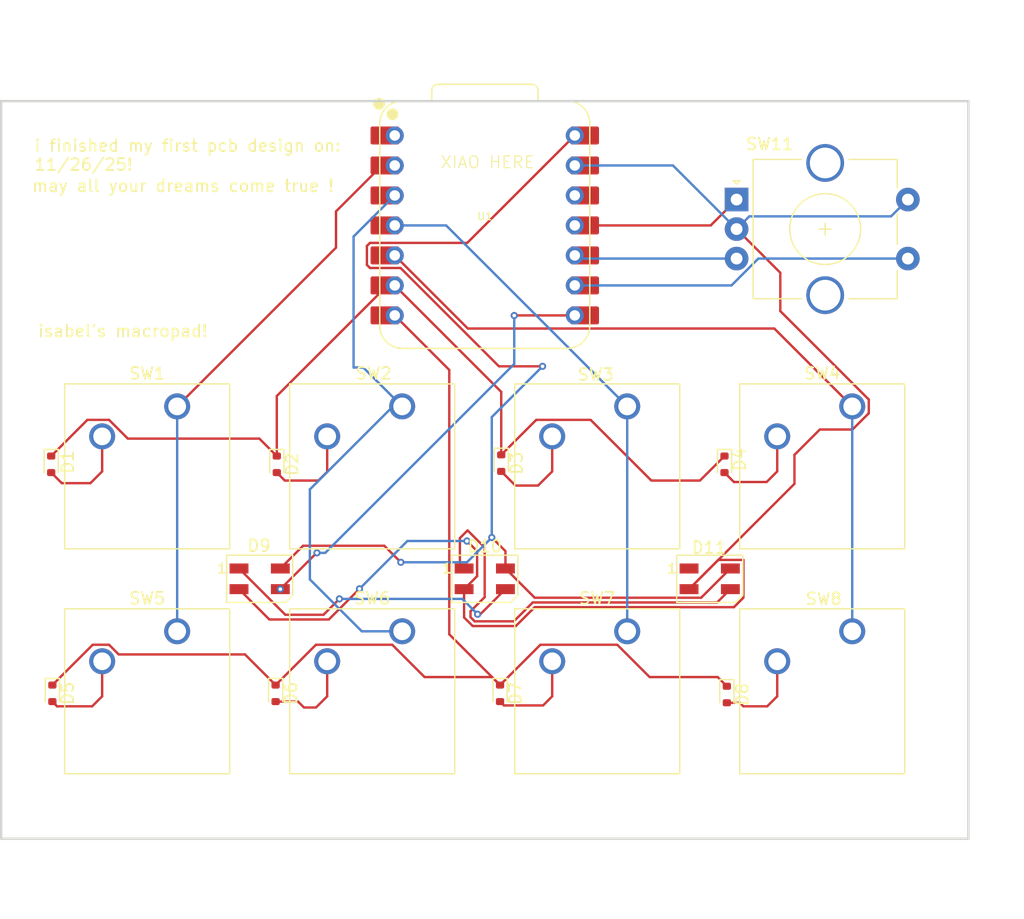
<source format=kicad_pcb>
(kicad_pcb (version 20241229) (generator "pcbnew") (generator_version "9.0")
  (layers (0 "F.Cu" signal) (2 "B.Cu" signal) (13 "F.Paste" user) (15 "B.Paste" user) (5 "F.SilkS" user "F.Silkscreen") (7 "B.SilkS" user "B.Silkscreen") (1 "F.Mask" user) (3 "B.Mask" user) (25 "Edge.Cuts" user))
  (net 0 "")
  (net 1 "/ROW1")
  (net 2 "Net-(D1-A)")
  (net 3 "Net-(D2-A)")
  (net 4 "Net-(D3-A)")
  (net 5 "Net-(D4-A)")
  (net 6 "/ROW2")
  (net 7 "Net-(D5-A)")
  (net 8 "Net-(D6-A)")
  (net 9 "Net-(D7-A)")
  (net 10 "Net-(D8-A)")
  (net 11 "Net-(D10-DIN)")
  (net 12 "GND")
  (net 13 "+5V")
  (net 14 "/NEOPIXEL")
  (net 15 "Net-(D10-DOUT)")
  (net 17 "/COL1")
  (net 18 "/COL2")
  (net 19 "/COL3")
  (net 20 "/COL4")
  (net 21 "/ROTA")
  (net 22 "/ROTB")
  (net 23 "/ROT_SW")
  (footprint "Button_Switch_Keyboard:SW_Cherry_MX_1.00u_PCB" (layer "F.Cu") (at 133.50875 68.73875)
    (property "Reference" "SW5" (at -2.54 -2.794 0) (layer "F.SilkS"))
    (property "Value" "SW_Push" (hide yes))
    (fp_line (start -9.525 -1.905) (end 4.445 -1.905) (stroke (width 0.12)) (layer "F.SilkS"))
    (fp_line (start -9.525 12.065) (end -9.525 -1.905) (stroke (width 0.12)) (layer "F.SilkS"))
    (fp_line (start 4.445 -1.905) (end 4.445 12.065) (stroke (width 0.12)) (layer "F.SilkS"))
    (fp_line (start 4.445 12.065) (end -9.525 12.065) (stroke (width 0.12)) (layer "F.SilkS"))
    (pad "" np_thru_hole circle (at -7.62 5.08) (size 1.7 1.7) (drill 1.7) (layers "*.Cu" "*.Mask"))
    (pad "" np_thru_hole circle (at -2.54 5.08) (size 4 4) (drill 4) (layers "*.Cu" "*.Mask"))
    (pad "" np_thru_hole circle (at 2.54 5.08) (size 1.7 1.7) (drill 1.7) (layers "*.Cu" "*.Mask"))
    (pad "1" thru_hole circle (at 0 0) (size 2.2 2.2) (drill 1.5) (layers "*.Cu" "*.Mask") (net 17 "/COL1"))
    (pad "2" thru_hole circle (at -6.35 2.54) (size 2.2 2.2) (drill 1.5) (layers "*.Cu" "*.Mask") (net 7 "Net-(D5-A)"))
  )
  (footprint "Button_Switch_Keyboard:SW_Cherry_MX_1.00u_PCB" (layer "F.Cu") (at 152.55875 49.68875)
    (property "Reference" "SW2" (at -2.415 -2.795 0) (layer "F.SilkS"))
    (property "Value" "SW_Push" (hide yes))
    (fp_line (start -9.525 -1.905) (end 4.445 -1.905) (stroke (width 0.12)) (layer "F.SilkS"))
    (fp_line (start -9.525 12.065) (end -9.525 -1.905) (stroke (width 0.12)) (layer "F.SilkS"))
    (fp_line (start 4.445 -1.905) (end 4.445 12.065) (stroke (width 0.12)) (layer "F.SilkS"))
    (fp_line (start 4.445 12.065) (end -9.525 12.065) (stroke (width 0.12)) (layer "F.SilkS"))
    (pad "" np_thru_hole circle (at -7.62 5.08) (size 1.7 1.7) (drill 1.7) (layers "*.Cu" "*.Mask"))
    (pad "" np_thru_hole circle (at -2.54 5.08) (size 4 4) (drill 4) (layers "*.Cu" "*.Mask"))
    (pad "" np_thru_hole circle (at 2.54 5.08) (size 1.7 1.7) (drill 1.7) (layers "*.Cu" "*.Mask"))
    (pad "1" thru_hole circle (at 0 0) (size 2.2 2.2) (drill 1.5) (layers "*.Cu" "*.Mask") (net 18 "/COL2"))
    (pad "2" thru_hole circle (at -6.35 2.54) (size 2.2 2.2) (drill 1.5) (layers "*.Cu" "*.Mask") (net 3 "Net-(D2-A)"))
  )
  (footprint "Diode_SMD:D_SOD-523" (layer "F.Cu") (at 160.94375 54.49375 -90)
    (property "Reference" "D3" (at 0 -1.3 90) (layer "F.SilkS"))
    (property "Value" "1N4148WT" (hide yes))
    (fp_line (start 0.7 0.6) (end -1.26 0.6) (stroke (width 0.12)) (layer "F.SilkS"))
    (fp_line (start -1.26 -0.6) (end -1.26 0.6) (stroke (width 0.12)) (layer "F.SilkS"))
    (fp_line (start 0.7 -0.6) (end -1.26 -0.6) (stroke (width 0.12)) (layer "F.SilkS"))
    (pad "1" smd roundrect (at -0.7 0 90) (size 0.6 0.7) (layers "F.Cu" "F.Mask" "F.Paste") (net 1 "/ROW1"))
    (pad "2" smd roundrect (at 0.7 0 90) (size 0.6 0.7) (layers "F.Cu" "F.Mask" "F.Paste") (net 4 "Net-(D3-A)"))
  )
  (footprint "Diode_SMD:D_SOD-523" (layer "F.Cu") (at 122.94375 73.99375 -90)
    (property "Reference" "D5" (at 0 -1.3 90) (layer "F.SilkS"))
    (property "Value" "1N4148WT" (hide yes))
    (fp_line (start 0.7 0.6) (end -1.26 0.6) (stroke (width 0.12)) (layer "F.SilkS"))
    (fp_line (start -1.26 -0.6) (end -1.26 0.6) (stroke (width 0.12)) (layer "F.SilkS"))
    (fp_line (start 0.7 -0.6) (end -1.26 -0.6) (stroke (width 0.12)) (layer "F.SilkS"))
    (pad "1" smd roundrect (at -0.7 0 90) (size 0.6 0.7) (layers "F.Cu" "F.Mask" "F.Paste") (net 6 "/ROW2"))
    (pad "2" smd roundrect (at 0.7 0 90) (size 0.6 0.7) (layers "F.Cu" "F.Mask" "F.Paste") (net 7 "Net-(D5-A)"))
  )
  (footprint "OPL:XIAO-RP2040-DIP" (layer "F.Cu") (at 159.54995 34.36125)
    (property "Reference" "U1" (at 0 -0.7685 0) (layer "F.SilkS") (effects (font (size 0.635 0.635) (thickness 0.1016))))
    (property "Value" "XIAO-RP2040-DIP")
    (fp_line (start -8.89 8.509) (end -8.89 -8.636) (stroke (width 0.127)) (layer "F.SilkS"))
    (fp_line (start -6.985 10.414) (end 6.985 10.414) (stroke (width 0.127)) (layer "F.SilkS"))
    (fp_line (start -4.495 -10.541) (end -4.491272 -11.451272) (stroke (width 0.127)) (layer "F.SilkS"))
    (fp_line (start -3.991272 -11.951) (end 4.004 -11.951) (stroke (width 0.127)) (layer "F.SilkS"))
    (fp_line (start 4.504 -11.451) (end 4.504 -10.541) (stroke (width 0.127)) (layer "F.SilkS"))
    (fp_line (start 6.985 -10.541) (end -6.985 -10.541) (stroke (width 0.1)) (layer "F.SilkS"))
    (fp_line (start 6.985 -10.541) (end -6.985 -10.541) (stroke (width 0.127)) (layer "F.SilkS"))
    (fp_line (start 8.89 8.509) (end 8.89 -8.636) (stroke (width 0.127)) (layer "F.SilkS"))
    (fp_arc (start -8.89 -8.636) (mid -8.332038 -9.983038) (end -6.985 -10.541) (stroke (width 0.127)) (layer "F.SilkS"))
    (fp_arc (start -6.985 10.414) (mid -8.332038 9.856038) (end -8.89 8.509) (stroke (width 0.127)) (layer "F.SilkS"))
    (fp_arc (start -4.491272 -11.451272) (mid -4.344728 -11.80464) (end -3.991272 -11.951) (stroke (width 0.127)) (layer "F.SilkS"))
    (fp_arc (start 4.004 -11.951) (mid 4.357553 -11.804553) (end 4.504 -11.451) (stroke (width 0.127)) (layer "F.SilkS"))
    (fp_arc (start 6.985 -10.541) (mid 8.332038 -9.983038) (end 8.89 -8.636) (stroke (width 0.127)) (layer "F.SilkS"))
    (fp_arc (start 8.89 8.509) (mid 8.332038 9.856038) (end 6.985 10.414) (stroke (width 0.127)) (layer "F.SilkS"))
    (fp_circle (center -8.95 -10.3) (end -8.95 -10.554) (stroke (width 0.5)) (fill yes) (layer "F.SilkS"))
    (fp_circle (center -7.807 -9.42) (end -7.807 -9.674) (stroke (width 0.5)) (fill yes) (layer "F.SilkS"))
    (pad "1" smd roundrect (at -8.455 -7.62 180) (size 2.432 1.524) (layers "F.Cu" "F.Mask") (roundrect_rratio 0.1))
    (pad "1" thru_hole circle (at -7.62 -7.62 180) (size 1.524 1.524) (drill 0.889) (layers "*.Cu" "*.Mask"))
    (pad "2" smd roundrect (at -8.455 -5.08 180) (size 2.432 1.524) (layers "F.Cu" "F.Mask") (roundrect_rratio 0.1) (net 17 "/COL1"))
    (pad "2" thru_hole circle (at -7.62 -5.08 180) (size 1.524 1.524) (drill 0.889) (layers "*.Cu" "*.Mask") (net 17 "/COL1"))
    (pad "3" smd roundrect (at -8.455 -2.54 180) (size 2.432 1.524) (layers "F.Cu" "F.Mask") (roundrect_rratio 0.1) (net 18 "/COL2"))
    (pad "3" thru_hole circle (at -7.62 -2.54 180) (size 1.524 1.524) (drill 0.889) (layers "*.Cu" "*.Mask") (net 18 "/COL2"))
    (pad "4" smd roundrect (at -8.455 0 180) (size 2.432 1.524) (layers "F.Cu" "F.Mask") (roundrect_rratio 0.1) (net 19 "/COL3"))
    (pad "4" thru_hole circle (at -7.62 0 180) (size 1.524 1.524) (drill 0.889) (layers "*.Cu" "*.Mask") (net 19 "/COL3"))
    (pad "5" smd roundrect (at -8.455 2.54 180) (size 2.432 1.524) (layers "F.Cu" "F.Mask") (roundrect_rratio 0.1) (net 20 "/COL4"))
    (pad "5" thru_hole circle (at -7.62 2.54 180) (size 1.524 1.524) (drill 0.889) (layers "*.Cu" "*.Mask") (net 20 "/COL4"))
    (pad "6" smd roundrect (at -8.455 5.08 180) (size 2.432 1.524) (layers "F.Cu" "F.Mask") (roundrect_rratio 0.1) (net 1 "/ROW1"))
    (pad "6" thru_hole circle (at -7.62 5.08 180) (size 1.524 1.524) (drill 0.889) (layers "*.Cu" "*.Mask") (net 1 "/ROW1"))
    (pad "7" smd roundrect (at -8.455 7.62 180) (size 2.432 1.524) (layers "F.Cu" "F.Mask") (roundrect_rratio 0.1) (net 6 "/ROW2"))
    (pad "7" thru_hole circle (at -7.62 7.62 180) (size 1.524 1.524) (drill 0.889) (layers "*.Cu" "*.Mask") (net 6 "/ROW2"))
    (pad "8" thru_hole circle (at 7.62 7.62) (size 1.524 1.524) (drill 0.889) (layers "*.Cu" "*.Mask") (net 14 "/NEOPIXEL"))
    (pad "8" smd roundrect (at 8.455 7.62) (size 2.432 1.524) (layers "F.Cu" "F.Mask") (roundrect_rratio 0.1) (net 14 "/NEOPIXEL"))
    (pad "9" thru_hole circle (at 7.62 5.08) (size 1.524 1.524) (drill 0.889) (layers "*.Cu" "*.Mask") (net 23 "/ROT_SW"))
    (pad "9" smd roundrect (at 8.455 5.08) (size 2.432 1.524) (layers "F.Cu" "F.Mask") (roundrect_rratio 0.1) (net 23 "/ROT_SW"))
    (pad "10" thru_hole circle (at 7.62 2.54) (size 1.524 1.524) (drill 0.889) (layers "*.Cu" "*.Mask") (net 22 "/ROTB"))
    (pad "10" smd roundrect (at 8.455 2.54) (size 2.432 1.524) (layers "F.Cu" "F.Mask") (roundrect_rratio 0.1) (net 22 "/ROTB"))
    (pad "11" thru_hole circle (at 7.62 0) (size 1.524 1.524) (drill 0.889) (layers "*.Cu" "*.Mask") (net 21 "/ROTA"))
    (pad "11" smd roundrect (at 8.455 0) (size 2.432 1.524) (layers "F.Cu" "F.Mask") (roundrect_rratio 0.1) (net 21 "/ROTA"))
    (pad "12" thru_hole circle (at 7.62 -2.54) (size 1.524 1.524) (drill 0.889) (layers "*.Cu" "*.Mask"))
    (pad "12" smd roundrect (at 8.455 -2.54) (size 2.432 1.524) (layers "F.Cu" "F.Mask") (roundrect_rratio 0.1))
    (pad "13" thru_hole circle (at 7.62 -5.08) (size 1.524 1.524) (drill 0.889) (layers "*.Cu" "*.Mask") (net 12 "GND"))
    (pad "13" smd roundrect (at 8.455 -5.08) (size 2.432 1.524) (layers "F.Cu" "F.Mask") (roundrect_rratio 0.1) (net 12 "GND"))
    (pad "14" thru_hole circle (at 7.62 -7.62) (size 1.524 1.524) (drill 0.889) (layers "*.Cu" "*.Mask") (net 13 "+5V"))
    (pad "14" smd roundrect (at 8.455 -7.62) (size 2.432 1.524) (layers "F.Cu" "F.Mask") (roundrect_rratio 0.1) (net 13 "+5V"))
  )
  (footprint "Diode_SMD:D_SOD-523" (layer "F.Cu") (at 179.84375 54.59375 -90)
    (property "Reference" "D4" (at -0.4 -1.3 90) (layer "F.SilkS"))
    (property "Value" "1N4148WT" (hide yes))
    (fp_line (start 0.7 0.6) (end -1.26 0.6) (stroke (width 0.12)) (layer "F.SilkS"))
    (fp_line (start -1.26 -0.6) (end -1.26 0.6) (stroke (width 0.12)) (layer "F.SilkS"))
    (fp_line (start 0.7 -0.6) (end -1.26 -0.6) (stroke (width 0.12)) (layer "F.SilkS"))
    (pad "1" smd roundrect (at -0.7 0 90) (size 0.6 0.7) (layers "F.Cu" "F.Mask" "F.Paste") (net 1 "/ROW1"))
    (pad "2" smd roundrect (at 0.7 0 90) (size 0.6 0.7) (layers "F.Cu" "F.Mask" "F.Paste") (net 5 "Net-(D4-A)"))
  )
  (footprint "Diode_SMD:D_SOD-523" (layer "F.Cu") (at 122.84375 54.59375 -90)
    (property "Reference" "D1" (at -0.2 -1.4 90) (layer "F.SilkS"))
    (property "Value" "1N4148WT" (hide yes))
    (fp_line (start 0.7 0.6) (end -1.26 0.6) (stroke (width 0.12)) (layer "F.SilkS"))
    (fp_line (start -1.26 -0.6) (end -1.26 0.6) (stroke (width 0.12)) (layer "F.SilkS"))
    (fp_line (start 0.7 -0.6) (end -1.26 -0.6) (stroke (width 0.12)) (layer "F.SilkS"))
    (pad "1" smd roundrect (at -0.7 0 90) (size 0.6 0.7) (layers "F.Cu" "F.Mask" "F.Paste") (net 1 "/ROW1"))
    (pad "2" smd roundrect (at 0.7 0 90) (size 0.6 0.7) (layers "F.Cu" "F.Mask" "F.Paste") (net 2 "Net-(D1-A)"))
  )
  (footprint "Button_Switch_Keyboard:SW_Cherry_MX_1.00u_PCB" (layer "F.Cu") (at 171.60875 68.73875)
    (property "Reference" "SW7" (at -2.54 -2.794 0) (layer "F.SilkS"))
    (property "Value" "SW_Push" (hide yes))
    (fp_line (start -9.525 -1.905) (end 4.445 -1.905) (stroke (width 0.12)) (layer "F.SilkS"))
    (fp_line (start -9.525 12.065) (end -9.525 -1.905) (stroke (width 0.12)) (layer "F.SilkS"))
    (fp_line (start 4.445 -1.905) (end 4.445 12.065) (stroke (width 0.12)) (layer "F.SilkS"))
    (fp_line (start 4.445 12.065) (end -9.525 12.065) (stroke (width 0.12)) (layer "F.SilkS"))
    (pad "" np_thru_hole circle (at -7.62 5.08) (size 1.7 1.7) (drill 1.7) (layers "*.Cu" "*.Mask"))
    (pad "" np_thru_hole circle (at -2.54 5.08) (size 4 4) (drill 4) (layers "*.Cu" "*.Mask"))
    (pad "" np_thru_hole circle (at 2.54 5.08) (size 1.7 1.7) (drill 1.7) (layers "*.Cu" "*.Mask"))
    (pad "1" thru_hole circle (at 0 0) (size 2.2 2.2) (drill 1.5) (layers "*.Cu" "*.Mask") (net 19 "/COL3"))
    (pad "2" thru_hole circle (at -6.35 2.54) (size 2.2 2.2) (drill 1.5) (layers "*.Cu" "*.Mask") (net 9 "Net-(D7-A)"))
  )
  (footprint "Button_Switch_Keyboard:SW_Cherry_MX_1.00u_PCB" (layer "F.Cu") (at 190.65875 68.73875)
    (property "Reference" "SW8" (at -2.415 -2.745 0) (layer "F.SilkS"))
    (property "Value" "SW_Push" (hide yes))
    (fp_line (start -9.525 -1.905) (end 4.445 -1.905) (stroke (width 0.12)) (layer "F.SilkS"))
    (fp_line (start -9.525 12.065) (end -9.525 -1.905) (stroke (width 0.12)) (layer "F.SilkS"))
    (fp_line (start 4.445 -1.905) (end 4.445 12.065) (stroke (width 0.12)) (layer "F.SilkS"))
    (fp_line (start 4.445 12.065) (end -9.525 12.065) (stroke (width 0.12)) (layer "F.SilkS"))
    (pad "" np_thru_hole circle (at -7.62 5.08) (size 1.7 1.7) (drill 1.7) (layers "*.Cu" "*.Mask"))
    (pad "" np_thru_hole circle (at -2.54 5.08) (size 4 4) (drill 4) (layers "*.Cu" "*.Mask"))
    (pad "" np_thru_hole circle (at 2.54 5.08) (size 1.7 1.7) (drill 1.7) (layers "*.Cu" "*.Mask"))
    (pad "1" thru_hole circle (at 0 0) (size 2.2 2.2) (drill 1.5) (layers "*.Cu" "*.Mask") (net 20 "/COL4"))
    (pad "2" thru_hole circle (at -6.35 2.54) (size 2.2 2.2) (drill 1.5) (layers "*.Cu" "*.Mask") (net 10 "Net-(D8-A)"))
  )
  (footprint "Diode_SMD:D_SOD-523" (layer "F.Cu") (at 141.94375 54.59375 -90)
    (property "Reference" "D2" (at 0 -1.3 90) (layer "F.SilkS"))
    (property "Value" "1N4148WT" (hide yes))
    (fp_line (start 0.7 0.6) (end -1.26 0.6) (stroke (width 0.12)) (layer "F.SilkS"))
    (fp_line (start -1.26 -0.6) (end -1.26 0.6) (stroke (width 0.12)) (layer "F.SilkS"))
    (fp_line (start 0.7 -0.6) (end -1.26 -0.6) (stroke (width 0.12)) (layer "F.SilkS"))
    (pad "1" smd roundrect (at -0.7 0 90) (size 0.6 0.7) (layers "F.Cu" "F.Mask" "F.Paste") (net 1 "/ROW1"))
    (pad "2" smd roundrect (at 0.7 0 90) (size 0.6 0.7) (layers "F.Cu" "F.Mask" "F.Paste") (net 3 "Net-(D2-A)"))
  )
  (footprint "Button_Switch_Keyboard:SW_Cherry_MX_1.00u_PCB" (layer "F.Cu") (at 190.65875 49.68875)
    (property "Reference" "SW4" (at -2.54 -2.795 0) (layer "F.SilkS"))
    (property "Value" "SW_Push" (hide yes))
    (fp_line (start -9.525 -1.905) (end 4.445 -1.905) (stroke (width 0.12)) (layer "F.SilkS"))
    (fp_line (start -9.525 12.065) (end -9.525 -1.905) (stroke (width 0.12)) (layer "F.SilkS"))
    (fp_line (start 4.445 -1.905) (end 4.445 12.065) (stroke (width 0.12)) (layer "F.SilkS"))
    (fp_line (start 4.445 12.065) (end -9.525 12.065) (stroke (width 0.12)) (layer "F.SilkS"))
    (pad "" np_thru_hole circle (at -7.62 5.08) (size 1.7 1.7) (drill 1.7) (layers "*.Cu" "*.Mask"))
    (pad "" np_thru_hole circle (at -2.54 5.08) (size 4 4) (drill 4) (layers "*.Cu" "*.Mask"))
    (pad "" np_thru_hole circle (at 2.54 5.08) (size 1.7 1.7) (drill 1.7) (layers "*.Cu" "*.Mask"))
    (pad "1" thru_hole circle (at 0 0) (size 2.2 2.2) (drill 1.5) (layers "*.Cu" "*.Mask") (net 20 "/COL4"))
    (pad "2" thru_hole circle (at -6.35 2.54) (size 2.2 2.2) (drill 1.5) (layers "*.Cu" "*.Mask") (net 5 "Net-(D4-A)"))
  )
  (footprint "Diode_SMD:D_SOD-523" (layer "F.Cu") (at 180.04375 74.09375 -90)
    (property "Reference" "D8" (at 0 -1.3 90) (layer "F.SilkS"))
    (property "Value" "1N4148WT" (hide yes))
    (fp_line (start 0.7 0.6) (end -1.26 0.6) (stroke (width 0.12)) (layer "F.SilkS"))
    (fp_line (start -1.26 -0.6) (end -1.26 0.6) (stroke (width 0.12)) (layer "F.SilkS"))
    (fp_line (start 0.7 -0.6) (end -1.26 -0.6) (stroke (width 0.12)) (layer "F.SilkS"))
    (pad "1" smd roundrect (at -0.7 0 90) (size 0.6 0.7) (layers "F.Cu" "F.Mask" "F.Paste") (net 6 "/ROW2"))
    (pad "2" smd roundrect (at 0.7 0 90) (size 0.6 0.7) (layers "F.Cu" "F.Mask" "F.Paste") (net 10 "Net-(D8-A)"))
  )
  (footprint "Button_Switch_Keyboard:SW_Cherry_MX_1.00u_PCB" (layer "F.Cu") (at 171.60875 49.68875)
    (property "Reference" "SW3" (at -2.665 -2.695 0) (layer "F.SilkS"))
    (property "Value" "SW_Push" (hide yes))
    (fp_line (start -9.525 -1.905) (end 4.445 -1.905) (stroke (width 0.12)) (layer "F.SilkS"))
    (fp_line (start -9.525 12.065) (end -9.525 -1.905) (stroke (width 0.12)) (layer "F.SilkS"))
    (fp_line (start 4.445 -1.905) (end 4.445 12.065) (stroke (width 0.12)) (layer "F.SilkS"))
    (fp_line (start 4.445 12.065) (end -9.525 12.065) (stroke (width 0.12)) (layer "F.SilkS"))
    (pad "" np_thru_hole circle (at -7.62 5.08) (size 1.7 1.7) (drill 1.7) (layers "*.Cu" "*.Mask"))
    (pad "" np_thru_hole circle (at -2.54 5.08) (size 4 4) (drill 4) (layers "*.Cu" "*.Mask"))
    (pad "" np_thru_hole circle (at 2.54 5.08) (size 1.7 1.7) (drill 1.7) (layers "*.Cu" "*.Mask"))
    (pad "1" thru_hole circle (at 0 0) (size 2.2 2.2) (drill 1.5) (layers "*.Cu" "*.Mask") (net 19 "/COL3"))
    (pad "2" thru_hole circle (at -6.35 2.54) (size 2.2 2.2) (drill 1.5) (layers "*.Cu" "*.Mask") (net 4 "Net-(D3-A)"))
  )
  (footprint "LED_SMD:LED_SK6812MINI_PLCC4_3.5x3.5mm_P1.75mm" (layer "F.Cu") (at 159.55 64.29375)
    (property "Reference" "D10" (at 0 -2.75 0) (layer "F.SilkS"))
    (property "Value" "SK6812MINI" (hide yes))
    (fp_line (start -2.8 -2) (end -2.8 2) (stroke (width 0.12)) (layer "F.SilkS"))
    (fp_line (start -2.8 -2) (end 2.8 -2) (stroke (width 0.12)) (layer "F.SilkS"))
    (fp_line (start -2.8 2) (end 2.2 2) (stroke (width 0.12)) (layer "F.SilkS"))
    (fp_line (start 2.8 1.4) (end 2.2 2) (stroke (width 0.12)) (layer "F.SilkS"))
    (fp_line (start 2.8 1.4) (end 2.8 -2) (stroke (width 0.12)) (layer "F.SilkS"))
    (fp_text user "1" (at -3.2 -0.875 0) (layer "F.SilkS") (effects (font (size 0.8 0.8))))
    (pad "1" smd rect (at -1.75 -0.875) (size 1.6 0.85) (layers "F.Cu" "F.Mask" "F.Paste") (net 15 "Net-(D10-DOUT)"))
    (pad "2" smd rect (at -1.75 0.875) (size 1.6 0.85) (layers "F.Cu" "F.Mask" "F.Paste") (net 12 "GND"))
    (pad "3" smd rect (at 1.75 0.875) (size 1.6 0.85) (layers "F.Cu" "F.Mask" "F.Paste") (net 11 "Net-(D10-DIN)"))
    (pad "4" smd rect (at 1.75 -0.875) (size 1.6 0.85) (layers "F.Cu" "F.Mask" "F.Paste") (net 13 "+5V"))
  )
  (footprint "Diode_SMD:D_SOD-523" (layer "F.Cu") (at 141.84375 73.99375 -90)
    (property "Reference" "D6" (at 0 -1.3 90) (layer "F.SilkS"))
    (property "Value" "1N4148WT" (hide yes))
    (fp_line (start 0.7 0.6) (end -1.26 0.6) (stroke (width 0.12)) (layer "F.SilkS"))
    (fp_line (start -1.26 -0.6) (end -1.26 0.6) (stroke (width 0.12)) (layer "F.SilkS"))
    (fp_line (start 0.7 -0.6) (end -1.26 -0.6) (stroke (width 0.12)) (layer "F.SilkS"))
    (pad "1" smd roundrect (at -0.7 0 90) (size 0.6 0.7) (layers "F.Cu" "F.Mask" "F.Paste") (net 6 "/ROW2"))
    (pad "2" smd roundrect (at 0.7 0 90) (size 0.6 0.7) (layers "F.Cu" "F.Mask" "F.Paste") (net 8 "Net-(D6-A)"))
  )
  (footprint "LED_SMD:LED_SK6812MINI_PLCC4_3.5x3.5mm_P1.75mm" (layer "F.Cu") (at 140.49375 64.29375)
    (property "Reference" "D9" (at -0.05 -2.8 0) (layer "F.SilkS"))
    (property "Value" "SK6812MINI" (hide yes))
    (fp_line (start -2.8 -2) (end -2.8 2) (stroke (width 0.12)) (layer "F.SilkS"))
    (fp_line (start -2.8 -2) (end 2.8 -2) (stroke (width 0.12)) (layer "F.SilkS"))
    (fp_line (start -2.8 2) (end 2.2 2) (stroke (width 0.12)) (layer "F.SilkS"))
    (fp_line (start 2.8 1.4) (end 2.2 2) (stroke (width 0.12)) (layer "F.SilkS"))
    (fp_line (start 2.8 1.4) (end 2.8 -2) (stroke (width 0.12)) (layer "F.SilkS"))
    (fp_text user "1" (at -3.2 -0.875 0) (layer "F.SilkS") (effects (font (size 0.8 0.8))))
    (pad "1" smd rect (at -1.75 -0.875) (size 1.6 0.85) (layers "F.Cu" "F.Mask" "F.Paste") (net 11 "Net-(D10-DIN)"))
    (pad "2" smd rect (at -1.75 0.875) (size 1.6 0.85) (layers "F.Cu" "F.Mask" "F.Paste") (net 12 "GND"))
    (pad "3" smd rect (at 1.75 0.875) (size 1.6 0.85) (layers "F.Cu" "F.Mask" "F.Paste") (net 14 "/NEOPIXEL"))
    (pad "4" smd rect (at 1.75 -0.875) (size 1.6 0.85) (layers "F.Cu" "F.Mask" "F.Paste") (net 13 "+5V"))
  )
  (footprint "LED_SMD:LED_SK6812MINI_PLCC4_3.5x3.5mm_P1.75mm" (layer "F.Cu") (at 178.59375 64.29375)
    (property "Reference" "D11" (at -0.06 -2.645 0) (layer "F.SilkS"))
    (property "Value" "SK6812MINI" (hide yes))
    (fp_line (start -2.8 -2) (end -2.8 2) (stroke (width 0.12)) (layer "F.SilkS"))
    (fp_line (start -2.8 -2) (end 2.8 -2) (stroke (width 0.12)) (layer "F.SilkS"))
    (fp_line (start -2.8 2) (end 2.2 2) (stroke (width 0.12)) (layer "F.SilkS"))
    (fp_line (start 2.8 1.4) (end 2.2 2) (stroke (width 0.12)) (layer "F.SilkS"))
    (fp_line (start 2.8 1.4) (end 2.8 -2) (stroke (width 0.12)) (layer "F.SilkS"))
    (fp_text user "1" (at -3.2 -0.875 0) (layer "F.SilkS") (effects (font (size 0.8 0.8))))
    (pad "1" smd rect (at -1.75 -0.875) (size 1.6 0.85) (layers "F.Cu" "F.Mask" "F.Paste"))
    (pad "2" smd rect (at -1.75 0.875) (size 1.6 0.85) (layers "F.Cu" "F.Mask" "F.Paste") (net 12 "GND"))
    (pad "3" smd rect (at 1.75 0.875) (size 1.6 0.85) (layers "F.Cu" "F.Mask" "F.Paste") (net 15 "Net-(D10-DOUT)"))
    (pad "4" smd rect (at 1.75 -0.875) (size 1.6 0.85) (layers "F.Cu" "F.Mask" "F.Paste") (net 13 "+5V"))
  )
  (footprint "Rotary_Encoder:RotaryEncoder_Alps_EC11E-Switch_Vertical_H20mm_CircularMountingHoles" (layer "F.Cu") (at 180.86875 32.16875)
    (property "Reference" "SW11" (at 2.8 -4.7 0) (layer "F.SilkS"))
    (property "Value" "RotaryEncoder_Switch")
    (fp_line (start -0.3 -1.6) (end 0.3 -1.6) (stroke (width 0.12)) (layer "F.SilkS"))
    (fp_line (start 0 -1.3) (end -0.3 -1.6) (stroke (width 0.12)) (layer "F.SilkS"))
    (fp_line (start 0.3 -1.6) (end 0 -1.3) (stroke (width 0.12)) (layer "F.SilkS"))
    (fp_line (start 1.4 -3.4) (end 1.4 8.4) (stroke (width 0.12)) (layer "F.SilkS"))
    (fp_line (start 5.5 -3.4) (end 1.4 -3.4) (stroke (width 0.12)) (layer "F.SilkS"))
    (fp_line (start 5.5 8.4) (end 1.4 8.4) (stroke (width 0.12)) (layer "F.SilkS"))
    (fp_line (start 7 2.5) (end 8 2.5) (stroke (width 0.12)) (layer "F.SilkS"))
    (fp_line (start 7.5 2) (end 7.5 3) (stroke (width 0.12)) (layer "F.SilkS"))
    (fp_line (start 9.5 -3.4) (end 13.6 -3.4) (stroke (width 0.12)) (layer "F.SilkS"))
    (fp_line (start 13.6 -3.4) (end 13.6 -1) (stroke (width 0.12)) (layer "F.SilkS"))
    (fp_line (start 13.6 1.2) (end 13.6 3.8) (stroke (width 0.12)) (layer "F.SilkS"))
    (fp_line (start 13.6 6) (end 13.6 8.4) (stroke (width 0.12)) (layer "F.SilkS"))
    (fp_line (start 13.6 8.4) (end 9.5 8.4) (stroke (width 0.12)) (layer "F.SilkS"))
    (fp_circle (center 7.5 2.5) (end 10.5 2.5) (stroke (width 0.12)) (fill no) (layer "F.SilkS"))
    (pad "A" thru_hole rect (at 0 0) (size 2 2) (drill 1) (layers "*.Cu" "*.Mask") (net 21 "/ROTA"))
    (pad "B" thru_hole circle (at 0 5) (size 2 2) (drill 1) (layers "*.Cu" "*.Mask") (net 22 "/ROTB"))
    (pad "C" thru_hole circle (at 0 2.5) (size 2 2) (drill 1) (layers "*.Cu" "*.Mask") (net 12 "GND"))
    (pad "MP" thru_hole circle (at 7.5 -3.1) (size 3.2 3.2) (drill 2.6) (layers "*.Cu" "*.Mask"))
    (pad "MP" thru_hole circle (at 7.5 8.1) (size 3.2 3.2) (drill 2.6) (layers "*.Cu" "*.Mask"))
    (pad "S1" thru_hole circle (at 14.5 5) (size 2 2) (drill 1) (layers "*.Cu" "*.Mask") (net 23 "/ROT_SW"))
    (pad "S2" thru_hole circle (at 14.5 0) (size 2 2) (drill 1) (layers "*.Cu" "*.Mask") (net 12 "GND"))
  )
  (footprint "Button_Switch_Keyboard:SW_Cherry_MX_1.00u_PCB" (layer "F.Cu") (at 152.55875 68.73875)
    (property "Reference" "SW6" (at -2.54 -2.794 0) (layer "F.SilkS"))
    (property "Value" "SW_Push" (hide yes))
    (fp_line (start -9.525 -1.905) (end 4.445 -1.905) (stroke (width 0.12)) (layer "F.SilkS"))
    (fp_line (start -9.525 12.065) (end -9.525 -1.905) (stroke (width 0.12)) (layer "F.SilkS"))
    (fp_line (start 4.445 -1.905) (end 4.445 12.065) (stroke (width 0.12)) (layer "F.SilkS"))
    (fp_line (start 4.445 12.065) (end -9.525 12.065) (stroke (width 0.12)) (layer "F.SilkS"))
    (pad "" np_thru_hole circle (at -7.62 5.08) (size 1.7 1.7) (drill 1.7) (layers "*.Cu" "*.Mask"))
    (pad "" np_thru_hole circle (at -2.54 5.08) (size 4 4) (drill 4) (layers "*.Cu" "*.Mask"))
    (pad "" np_thru_hole circle (at 2.54 5.08) (size 1.7 1.7) (drill 1.7) (layers "*.Cu" "*.Mask"))
    (pad "1" thru_hole circle (at 0 0) (size 2.2 2.2) (drill 1.5) (layers "*.Cu" "*.Mask") (net 18 "/COL2"))
    (pad "2" thru_hole circle (at -6.35 2.54) (size 2.2 2.2) (drill 1.5) (layers "*.Cu" "*.Mask") (net 8 "Net-(D6-A)"))
  )
  (footprint "Diode_SMD:D_SOD-523" (layer "F.Cu") (at 160.84375 73.99375 -90)
    (property "Reference" "D7" (at 0 -1.3 90) (layer "F.SilkS"))
    (property "Value" "1N4148WT" (hide yes))
    (fp_line (start 0.7 0.6) (end -1.26 0.6) (stroke (width 0.12)) (layer "F.SilkS"))
    (fp_line (start -1.26 -0.6) (end -1.26 0.6) (stroke (width 0.12)) (layer "F.SilkS"))
    (fp_line (start 0.7 -0.6) (end -1.26 -0.6) (stroke (width 0.12)) (layer "F.SilkS"))
    (pad "1" smd roundrect (at -0.7 0 90) (size 0.6 0.7) (layers "F.Cu" "F.Mask" "F.Paste") (net 6 "/ROW2"))
    (pad "2" smd roundrect (at 0.7 0 90) (size 0.6 0.7) (layers "F.Cu" "F.Mask" "F.Paste") (net 9 "Net-(D7-A)"))
  )
  (footprint "Button_Switch_Keyboard:SW_Cherry_MX_1.00u_PCB" (layer "F.Cu") (at 133.50875 49.68875)
    (property "Reference" "SW1" (at -2.54 -2.794 0) (layer "F.SilkS"))
    (property "Value" "SW_Push" (hide yes))
    (fp_line (start -9.525 -1.905) (end 4.445 -1.905) (stroke (width 0.12)) (layer "F.SilkS"))
    (fp_line (start -9.525 12.065) (end -9.525 -1.905) (stroke (width 0.12)) (layer "F.SilkS"))
    (fp_line (start 4.445 -1.905) (end 4.445 12.065) (stroke (width 0.12)) (layer "F.SilkS"))
    (fp_line (start 4.445 12.065) (end -9.525 12.065) (stroke (width 0.12)) (layer "F.SilkS"))
    (pad "" np_thru_hole circle (at -7.62 5.08) (size 1.7 1.7) (drill 1.7) (layers "*.Cu" "*.Mask"))
    (pad "" np_thru_hole circle (at -2.54 5.08) (size 4 4) (drill 4) (layers "*.Cu" "*.Mask"))
    (pad "" np_thru_hole circle (at 2.54 5.08) (size 1.7 1.7) (drill 1.7) (layers "*.Cu" "*.Mask"))
    (pad "1" thru_hole circle (at 0 0) (size 2.2 2.2) (drill 1.5) (layers "*.Cu" "*.Mask") (net 17 "/COL1"))
    (pad "2" thru_hole circle (at -6.35 2.54) (size 2.2 2.2) (drill 1.5) (layers "*.Cu" "*.Mask") (net 2 "Net-(D1-A)"))
  )
  (gr_rect (start 118.61 23.8275) (end 200.49 86.31) (stroke (width 0.2)) (fill no) (layer "Edge.Cuts"))
  (gr_text "may all your dreams come true !" (at 121.14375 31.59375 0) (layer "F.SilkS") (effects (font (size 1 1)) (justify left bottom)))
  (gr_text "isabel's macropad!" (at 121.64375 43.89375 0) (layer "F.SilkS") (effects (font (size 1 1)) (justify left bottom)))
  (gr_text "i finished my first pcb design on: \n11/26/25!\n" (at 121.34375 29.79375 0) (layer "F.SilkS") (effects (font (size 1 1)) (justify left bottom)))
  (gr_text "XIAO HERE" (at 155.74375 29.59375 0) (layer "F.SilkS") (effects (font (size 1 1) (thickness 0.1)) (justify left bottom)))
  (segment (start 160.94375 53.79375) (end 163.90975 50.82775) (width 0.2) (layer "F.Cu") (net 1))
  (segment (start 177.76775 55.96975) (end 179.84375 53.89375) (width 0.2) (layer "F.Cu") (net 1))
  (segment (start 140.46775 52.41775) (end 129.329064 52.41775) (width 0.2) (layer "F.Cu") (net 1))
  (segment (start 141.94375 48.807624) (end 151.310124 39.44125) (width 0.2) (layer "F.Cu") (net 1))
  (segment (start 173.65128 55.96975) (end 177.76775 55.96975) (width 0.2) (layer "F.Cu") (net 1))
  (segment (start 127.739064 50.82775) (end 125.90975 50.82775) (width 0.2) (layer "F.Cu") (net 1))
  (segment (start 160.94375 48.46125) (end 160.94375 53.79375) (width 0.2) (layer "F.Cu") (net 1))
  (segment (start 141.94375 53.89375) (end 140.46775 52.41775) (width 0.2) (layer "F.Cu") (net 1))
  (segment (start 163.90975 50.82775) (end 168.50928 50.82775) (width 0.2) (layer "F.Cu") (net 1))
  (segment (start 151.310124 39.44125) (end 151.92375 39.44125) (width 0.2) (layer "F.Cu") (net 1))
  (segment (start 129.329064 52.41775) (end 127.739064 50.82775) (width 0.2) (layer "F.Cu") (net 1))
  (segment (start 141.94375 53.89375) (end 141.94375 48.807624) (width 0.2) (layer "F.Cu") (net 1))
  (segment (start 125.90975 50.82775) (end 122.84375 53.89375) (width 0.2) (layer "F.Cu") (net 1))
  (segment (start 168.50928 50.82775) (end 173.65128 55.96975) (width 0.2) (layer "F.Cu") (net 1))
  (segment (start 151.92375 39.44125) (end 160.94375 48.46125) (width 0.2) (layer "F.Cu") (net 1))
  (segment (start 127.15875 55.19722) (end 126.16222 56.19375) (width 0.2) (layer "F.Cu") (net 2))
  (segment (start 123.74375 56.19375) (end 122.84375 55.29375) (width 0.2) (layer "F.Cu") (net 2))
  (segment (start 127.15875 52.22875) (end 127.15875 55.19722) (width 0.2) (layer "F.Cu") (net 2))
  (segment (start 126.16222 56.19375) (end 123.74375 56.19375) (width 0.2) (layer "F.Cu") (net 2))
  (segment (start 146.24375 55.19375) (end 145.46775 55.96975) (width 0.2) (layer "F.Cu") (net 3))
  (segment (start 146.20875 52.22875) (end 146.20875 55.15875) (width 0.2) (layer "F.Cu") (net 3))
  (segment (start 145.46775 55.96975) (end 142.61975 55.96975) (width 0.2) (layer "F.Cu") (net 3))
  (segment (start 146.20875 55.15875) (end 146.24375 55.19375) (width 0.2) (layer "F.Cu") (net 3))
  (segment (start 142.61975 55.96975) (end 141.94375 55.29375) (width 0.2) (layer "F.Cu") (net 3))
  (segment (start 165.25875 52.22875) (end 165.25875 55.19722) (width 0.2) (layer "F.Cu") (net 4))
  (segment (start 165.25875 55.19722) (end 164.06222 56.39375) (width 0.2) (layer "F.Cu") (net 4))
  (segment (start 162.14375 56.39375) (end 160.94375 55.19375) (width 0.2) (layer "F.Cu") (net 4))
  (segment (start 164.06222 56.39375) (end 162.14375 56.39375) (width 0.2) (layer "F.Cu") (net 4))
  (segment (start 184.30875 55.19722) (end 183.41222 56.09375) (width 0.2) (layer "F.Cu") (net 5))
  (segment (start 184.30875 52.22875) (end 184.30875 55.19722) (width 0.2) (layer "F.Cu") (net 5))
  (segment (start 183.41222 56.09375) (end 180.64375 56.09375) (width 0.2) (layer "F.Cu") (net 5))
  (segment (start 180.64375 56.09375) (end 179.84375 55.29375) (width 0.2) (layer "F.Cu") (net 5))
  (segment (start 145.25975 69.87775) (end 151.716436 69.87775) (width 0.2) (layer "F.Cu") (net 6))
  (segment (start 156.54375 46.60125) (end 156.54375 68.99375) (width 0.2) (layer "F.Cu") (net 6))
  (segment (start 139.248436 70.698436) (end 128.55975 70.698436) (width 0.2) (layer "F.Cu") (net 6))
  (segment (start 170.766436 69.87775) (end 173.506436 72.61775) (width 0.2) (layer "F.Cu") (net 6))
  (segment (start 128.55975 70.698436) (end 127.739064 69.87775) (width 0.2) (layer "F.Cu") (net 6))
  (segment (start 151.92375 41.98125) (end 156.54375 46.60125) (width 0.2) (layer "F.Cu") (net 6))
  (segment (start 151.716436 69.87775) (end 154.456436 72.61775) (width 0.2) (layer "F.Cu") (net 6))
  (segment (start 179.26775 72.61775) (end 180.04375 73.39375) (width 0.2) (layer "F.Cu") (net 6))
  (segment (start 141.84375 73.29375) (end 139.248436 70.698436) (width 0.2) (layer "F.Cu") (net 6))
  (segment (start 126.35975 69.87775) (end 122.94375 73.29375) (width 0.2) (layer "F.Cu") (net 6))
  (segment (start 160.16775 72.61775) (end 160.84375 73.29375) (width 0.2) (layer "F.Cu") (net 6))
  (segment (start 156.54375 68.99375) (end 160.84375 73.29375) (width 0.2) (layer "F.Cu") (net 6))
  (segment (start 164.25975 69.87775) (end 170.766436 69.87775) (width 0.2) (layer "F.Cu") (net 6))
  (segment (start 127.739064 69.87775) (end 126.35975 69.87775) (width 0.2) (layer "F.Cu") (net 6))
  (segment (start 160.84375 73.29375) (end 164.25975 69.87775) (width 0.2) (layer "F.Cu") (net 6))
  (segment (start 141.84375 73.29375) (end 145.25975 69.87775) (width 0.2) (layer "F.Cu") (net 6))
  (segment (start 154.456436 72.61775) (end 160.16775 72.61775) (width 0.2) (layer "F.Cu") (net 6))
  (segment (start 173.506436 72.61775) (end 179.26775 72.61775) (width 0.2) (layer "F.Cu") (net 6))
  (segment (start 123.34375 75.09375) (end 122.94375 74.69375) (width 0.2) (layer "F.Cu") (net 7))
  (segment (start 126.31222 75.09375) (end 123.34375 75.09375) (width 0.2) (layer "F.Cu") (net 7))
  (segment (start 127.15875 71.27875) (end 127.15875 74.24722) (width 0.2) (layer "F.Cu") (net 7))
  (segment (start 127.15875 74.24722) (end 126.31222 75.09375) (width 0.2) (layer "F.Cu") (net 7))
  (segment (start 143.74375 74.69375) (end 141.84375 74.69375) (width 0.2) (layer "F.Cu") (net 8))
  (segment (start 146.20875 71.27875) (end 146.20875 74.24722) (width 0.2) (layer "F.Cu") (net 8))
  (segment (start 146.20875 74.24722) (end 145.26222 75.19375) (width 0.2) (layer "F.Cu") (net 8))
  (segment (start 144.24375 75.19375) (end 143.74375 74.69375) (width 0.2) (layer "F.Cu") (net 8))
  (segment (start 145.26222 75.19375) (end 144.24375 75.19375) (width 0.2) (layer "F.Cu") (net 8))
  (segment (start 165.25875 71.27875) (end 165.25875 74.24722) (width 0.2) (layer "F.Cu") (net 9))
  (segment (start 165.25875 74.24722) (end 164.48622 75.01975) (width 0.2) (layer "F.Cu") (net 9))
  (segment (start 161.16975 75.01975) (end 160.84375 74.69375) (width 0.2) (layer "F.Cu") (net 9))
  (segment (start 164.48622 75.01975) (end 161.16975 75.01975) (width 0.2) (layer "F.Cu") (net 9))
  (segment (start 181.14375 74.79375) (end 180.04375 74.79375) (width 0.2) (layer "F.Cu") (net 10))
  (segment (start 184.30875 71.27875) (end 184.30875 74.24722) (width 0.2) (layer "F.Cu") (net 10))
  (segment (start 181.44375 75.09375) (end 181.14375 74.79375) (width 0.2) (layer "F.Cu") (net 10))
  (segment (start 184.30875 74.24722) (end 183.46222 75.09375) (width 0.2) (layer "F.Cu") (net 10))
  (segment (start 183.46222 75.09375) (end 181.44375 75.09375) (width 0.2) (layer "F.Cu") (net 10))
  (segment (start 159.175 67.29375) (end 161.3 65.16875) (width 0.2) (layer "F.Cu") (net 11))
  (segment (start 138.74375 63.41875) (end 142.66275 67.33775) (width 0.2) (layer "F.Cu") (net 11))
  (segment (start 158.94375 67.29375) (end 159.175 67.29375) (width 0.2) (layer "F.Cu") (net 11))
  (segment (start 142.66275 67.33775) (end 145.89975 67.33775) (width 0.2) (layer "F.Cu") (net 11))
  (segment (start 145.89975 67.33775) (end 147.24375 65.99375) (width 0.2) (layer "F.Cu") (net 11))
  (via (at 147.24375 65.99375) (size 0.6) (drill 0.3) (layers "F.Cu" "B.Cu") (net 11))
  (via (at 158.94375 67.29375) (size 0.6) (drill 0.3) (layers "F.Cu" "B.Cu") (net 11))
  (segment (start 157.64375 65.99375) (end 158.94375 67.29375) (width 0.2) (layer "B.Cu") (net 11))
  (segment (start 147.24375 65.99375) (end 157.64375 65.99375) (width 0.2) (layer "B.Cu") (net 11))
  (segment (start 192.05975 49.108436) (end 192.05975 50.269064) (width 0.2) (layer "F.Cu") (net 12))
  (segment (start 146.348693 67.73875) (end 148.94375 65.143693) (width 0.2) (layer "F.Cu") (net 12))
  (segment (start 176.84375 65.16875) (end 179.31975 62.69275) (width 0.2) (layer "F.Cu") (net 12))
  (segment (start 187.914248 51.648436) (end 185.76775 53.794934) (width 0.2) (layer "F.Cu") (net 12))
  (segment (start 190.680378 51.648436) (end 187.914248 51.648436) (width 0.2) (layer "F.Cu") (net 12))
  (segment (start 185.76775 56.24475) (end 176.84375 65.16875) (width 0.2) (layer "F.Cu") (net 12))
  (segment (start 179.31975 62.69275) (end 181.44475 62.69275) (width 0.2) (layer "F.Cu") (net 12))
  (segment (start 138.74375 65.16875) (end 141.31375 67.73875) (width 0.2) (layer "F.Cu") (net 12))
  (segment (start 180.86875 34.66875) (end 184.569064 38.369064) (width 0.2) (layer "F.Cu") (net 12))
  (segment (start 163.776 66.69675) (end 162.177 68.29575) (width 0.2) (layer "F.Cu") (net 12))
  (segment (start 184.569064 41.61775) (end 192.05975 49.108436) (width 0.2) (layer "F.Cu") (net 12))
  (segment (start 141.31375 67.73875) (end 146.348693 67.73875) (width 0.2) (layer "F.Cu") (net 12))
  (segment (start 181.44475 62.69275) (end 181.44475 65.89475) (width 0.2) (layer "F.Cu") (net 12))
  (segment (start 192.05975 50.269064) (end 190.680378 51.648436) (width 0.2) (layer "F.Cu") (net 12))
  (segment (start 158.04375 61.09375) (end 158.901 61.951) (width 0.2) (layer "F.Cu") (net 12))
  (segment (start 181.44475 65.89475) (end 180.64275 66.69675) (width 0.2) (layer "F.Cu") (net 12))
  (segment (start 180.64275 66.69675) (end 163.776 66.69675) (width 0.2) (layer "F.Cu") (net 12))
  (segment (start 157.8 67.567043) (end 157.8 65.16875) (width 0.2) (layer "F.Cu") (net 12))
  (segment (start 158.901 61.951) (end 158.901 64.06775) (width 0.2) (layer "F.Cu") (net 12))
  (segment (start 148.94375 65.143693) (end 148.94375 64.99375) (width 0.2) (layer "F.Cu") (net 12))
  (segment (start 158.901 64.06775) (end 157.8 65.16875) (width 0.2) (layer "F.Cu") (net 12))
  (segment (start 158.528707 68.29575) (end 157.8 67.567043) (width 0.2) (layer "F.Cu") (net 12))
  (segment (start 162.177 68.29575) (end 158.528707 68.29575) (width 0.2) (layer "F.Cu") (net 12))
  (segment (start 185.76775 53.794934) (end 185.76775 56.24475) (width 0.2) (layer "F.Cu") (net 12))
  (segment (start 184.569064 38.369064) (end 184.569064 41.61775) (width 0.2) (layer "F.Cu") (net 12))
  (via (at 158.04375 61.09375) (size 0.6) (drill 0.3) (layers "F.Cu" "B.Cu") (net 12))
  (via (at 158.04375 61.09375) (size 0.6) (drill 0.3) (layers "F.Cu" "B.Cu") (net 12))
  (via (at 148.94375 65.143693) (size 0.6) (drill 0.3) (layers "F.Cu" "B.Cu") (net 12))
  (segment (start 152.993693 61.09375) (end 158.04375 61.09375) (width 0.2) (layer "B.Cu") (net 12))
  (segment (start 195.36875 32.16875) (end 193.94375 33.59375) (width 0.2) (layer "B.Cu") (net 12))
  (segment (start 148.94375 65.143693) (end 152.993693 61.09375) (width 0.2) (layer "B.Cu") (net 12))
  (segment (start 193.94375 33.59375) (end 181.94375 33.59375) (width 0.2) (layer "B.Cu") (net 12))
  (segment (start 181.94375 33.59375) (end 180.86875 34.66875) (width 0.2) (layer "B.Cu") (net 12))
  (segment (start 175.48125 29.28125) (end 180.86875 34.66875) (width 0.2) (layer "B.Cu") (net 12))
  (segment (start 167.16375 29.28125) (end 175.48125 29.28125) (width 0.2) (layer "B.Cu") (net 12))
  (segment (start 151.04275 61.49275) (end 152.44375 62.89375) (width 0.2) (layer "F.Cu") (net 13))
  (segment (start 152.41965 37.96425) (end 160.74915 46.29375) (width 0.2) (layer "F.Cu") (net 13))
  (segment (start 160.74915 46.29375) (end 164.44375 46.29375) (width 0.2) (layer "F.Cu") (net 13))
  (segment (start 158.06675 35.83825) (end 149.833124 35.83825) (width 0.2) (layer "F.Cu") (net 13))
  (segment (start 142.24375 63.41875) (end 144.16975 61.49275) (width 0.2) (layer "F.Cu") (net 13))
  (segment (start 177.86775 65.89475) (end 180.34375 63.41875) (width 0.2) (layer "F.Cu") (net 13))
  (segment (start 149.57175 36.099624) (end 149.57175 37.702876) (width 0.2) (layer "F.Cu") (net 13))
  (segment (start 149.833124 37.96425) (end 152.41965 37.96425) (width 0.2) (layer "F.Cu") (net 13))
  (segment (start 152.44375 62.89375) (end 152.39375 62.84375) (width 0.2) (layer "F.Cu") (net 13))
  (segment (start 149.833124 35.83825) (end 149.57175 36.099624) (width 0.2) (layer "F.Cu") (net 13))
  (segment (start 161.3 63.41875) (end 163.776 65.89475) (width 0.2) (layer "F.Cu") (net 13))
  (segment (start 161.3 61.95) (end 161.3 63.41875) (width 0.2) (layer "F.Cu") (net 13))
  (segment (start 149.57175 37.702876) (end 149.833124 37.96425) (width 0.2) (layer "F.Cu") (net 13))
  (segment (start 144.16975 61.49275) (end 151.04275 61.49275) (width 0.2) (layer "F.Cu") (net 13))
  (segment (start 163.776 65.89475) (end 177.86775 65.89475) (width 0.2) (layer "F.Cu") (net 13))
  (segment (start 160.14375 60.79375) (end 161.3 61.95) (width 0.2) (layer "F.Cu") (net 13))
  (segment (start 167.16375 26.74125) (end 158.06675 35.83825) (width 0.2) (layer "F.Cu") (net 13))
  (via (at 160.14375 60.79375) (size 0.6) (drill 0.3) (layers "F.Cu" "B.Cu") (net 13))
  (via (at 164.44375 46.29375) (size 0.6) (drill 0.3) (layers "F.Cu" "B.Cu") (net 13))
  (via (at 152.44375 62.89375) (size 0.6) (drill 0.3) (layers "F.Cu" "B.Cu") (net 13))
  (segment (start 158.04375 62.89375) (end 160.14375 60.79375) (width 0.2) (layer "B.Cu") (net 13))
  (segment (start 164.44375 46.29375) (end 160.14375 50.59375) (width 0.2) (layer "B.Cu") (net 13))
  (segment (start 160.14375 50.59375) (end 160.14375 60.79375) (width 0.2) (layer "B.Cu") (net 13))
  (segment (start 152.44375 62.89375) (end 158.04375 62.89375) (width 0.2) (layer "B.Cu") (net 13))
  (segment (start 167.16375 41.98125) (end 162.05625 41.98125) (width 0.2) (layer "F.Cu") (net 14))
  (segment (start 145.34375 62.09375) (end 145.31875 62.09375) (width 0.2) (layer "F.Cu") (net 14))
  (segment (start 162.05625 41.98125) (end 162.04375 41.99375) (width 0.2) (layer "F.Cu") (net 14))
  (segment (start 145.31875 62.09375) (end 142.24375 65.16875) (width 0.2) (layer "F.Cu") (net 14))
  (via (at 142.24375 65.16875) (size 0.6) (drill 0.3) (layers "F.Cu" "B.Cu") (net 14))
  (via (at 145.34375 62.09375) (size 0.6) (drill 0.3) (layers "F.Cu" "B.Cu") (net 14))
  (via (at 162.04375 41.99375) (size 0.6) (drill 0.3) (layers "F.Cu" "B.Cu") (net 14))
  (segment (start 162.04375 41.99375) (end 162.04375 46.09375) (width 0.2) (layer "B.Cu") (net 14))
  (segment (start 146.04375 62.09375) (end 145.34375 62.09375) (width 0.2) (layer "B.Cu") (net 14))
  (segment (start 162.04375 46.09375) (end 146.04375 62.09375) (width 0.2) (layer "B.Cu") (net 14))
  (segment (start 157.44275 63.0615) (end 157.44275 60.844807) (width 0.2) (layer "F.Cu") (net 15))
  (segment (start 158.34275 67.044807) (end 158.34275 67.542693) (width 0.2) (layer "F.Cu") (net 15))
  (segment (start 162.0109 67.89475) (end 163.6099 66.29575) (width 0.2) (layer "F.Cu") (net 15))
  (segment (start 157.44275 60.844807) (end 158.094807 60.19275) (width 0.2) (layer "F.Cu") (net 15))
  (segment (start 159.54275 61.640693) (end 159.54275 65.844807) (width 0.2) (layer "F.Cu") (net 15))
  (segment (start 157.8 63.41875) (end 157.44275 63.0615) (width 0.2) (layer "F.Cu") (net 15))
  (segment (start 179.21675 66.29575) (end 180.34375 65.16875) (width 0.2) (layer "F.Cu") (net 15))
  (segment (start 158.694807 67.89475) (end 162.0109 67.89475) (width 0.2) (layer "F.Cu") (net 15))
  (segment (start 158.094807 60.19275) (end 159.54275 61.640693) (width 0.2) (layer "F.Cu") (net 15))
  (segment (start 158.34275 67.542693) (end 158.694807 67.89475) (width 0.2) (layer "F.Cu") (net 15))
  (segment (start 159.54275 65.844807) (end 158.34275 67.044807) (width 0.2) (layer "F.Cu") (net 15))
  (segment (start 163.6099 66.29575) (end 179.21675 66.29575) (width 0.2) (layer "F.Cu") (net 15))
  (segment (start 146.956202 36.241298) (end 133.50875 49.68875) (width 0.2) (layer "F.Cu") (net 17))
  (segment (start 146.956202 33.171168) (end 146.956202 36.241298) (width 0.2) (layer "F.Cu") (net 17))
  (segment (start 150.84612 29.28125) (end 146.956202 33.171168) (width 0.2) (layer "F.Cu") (net 17))
  (segment (start 151.92375 29.28125) (end 150.84612 29.28125) (width 0.2) (layer "F.Cu") (net 17))
  (segment (start 133.50875 49.68875) (end 133.50875 68.73875) (width 0.2) (layer "B.Cu") (net 17))
  (segment (start 148.44375 35.30125) (end 148.44375 46.39375) (width 0.2) (layer "B.Cu") (net 18))
  (segment (start 149.138807 68.73875) (end 152.55875 68.73875) (width 0.2) (layer "B.Cu") (net 18))
  (segment (start 151.773934 49.68875) (end 144.74275 56.719934) (width 0.2) (layer "B.Cu") (net 18))
  (segment (start 148.44375 46.39375) (end 149.26375 46.39375) (width 0.2) (layer "B.Cu") (net 18))
  (segment (start 144.74275 64.342693) (end 149.138807 68.73875) (width 0.2) (layer "B.Cu") (net 18))
  (segment (start 151.92375 31.82125) (end 148.44375 35.30125) (width 0.2) (layer "B.Cu") (net 18))
  (segment (start 152.55875 49.68875) (end 151.773934 49.68875) (width 0.2) (layer "B.Cu") (net 18))
  (segment (start 144.74275 56.719934) (end 144.74275 64.342693) (width 0.2) (layer "B.Cu") (net 18))
  (segment (start 149.26375 46.39375) (end 152.55875 49.68875) (width 0.2) (layer "B.Cu") (net 18))
  (segment (start 171.60875 49.68875) (end 171.60875 68.73875) (width 0.2) (layer "B.Cu") (net 19))
  (segment (start 156.28125 34.36125) (end 171.60875 49.68875) (width 0.2) (layer "B.Cu") (net 19))
  (segment (start 151.92375 34.36125) (end 156.28125 34.36125) (width 0.2) (layer "B.Cu") (net 19))
  (segment (start 158.11625 43.09375) (end 184.06375 43.09375) (width 0.2) (layer "F.Cu") (net 20))
  (segment (start 184.06375 43.09375) (end 190.65875 49.68875) (width 0.2) (layer "F.Cu") (net 20))
  (segment (start 151.92375 36.90125) (end 158.11625 43.09375) (width 0.2) (layer "F.Cu") (net 20))
  (segment (start 190.65875 49.68875) (end 190.65875 68.73875) (width 0.2) (layer "B.Cu") (net 20))
  (segment (start 178.67625 34.36125) (end 167.16375 34.36125) (width 0.2) (layer "F.Cu") (net 21))
  (segment (start 180.86875 32.16875) (end 178.67625 34.36125) (width 0.2) (layer "F.Cu") (net 21))
  (segment (start 180.86875 37.16875) (end 167.43125 37.16875) (width 0.2) (layer "B.Cu") (net 22))
  (segment (start 167.43125 37.16875) (end 167.16375 36.90125) (width 0.2) (layer "B.Cu") (net 22))
  (segment (start 182.708642 37.16875) (end 180.436142 39.44125) (width 0.2) (layer "B.Cu") (net 23))
  (segment (start 195.36875 37.16875) (end 182.708642 37.16875) (width 0.2) (layer "B.Cu") (net 23))
  (segment (start 180.436142 39.44125) (end 167.16375 39.44125) (width 0.2) (layer "B.Cu") (net 23))
)
</source>
